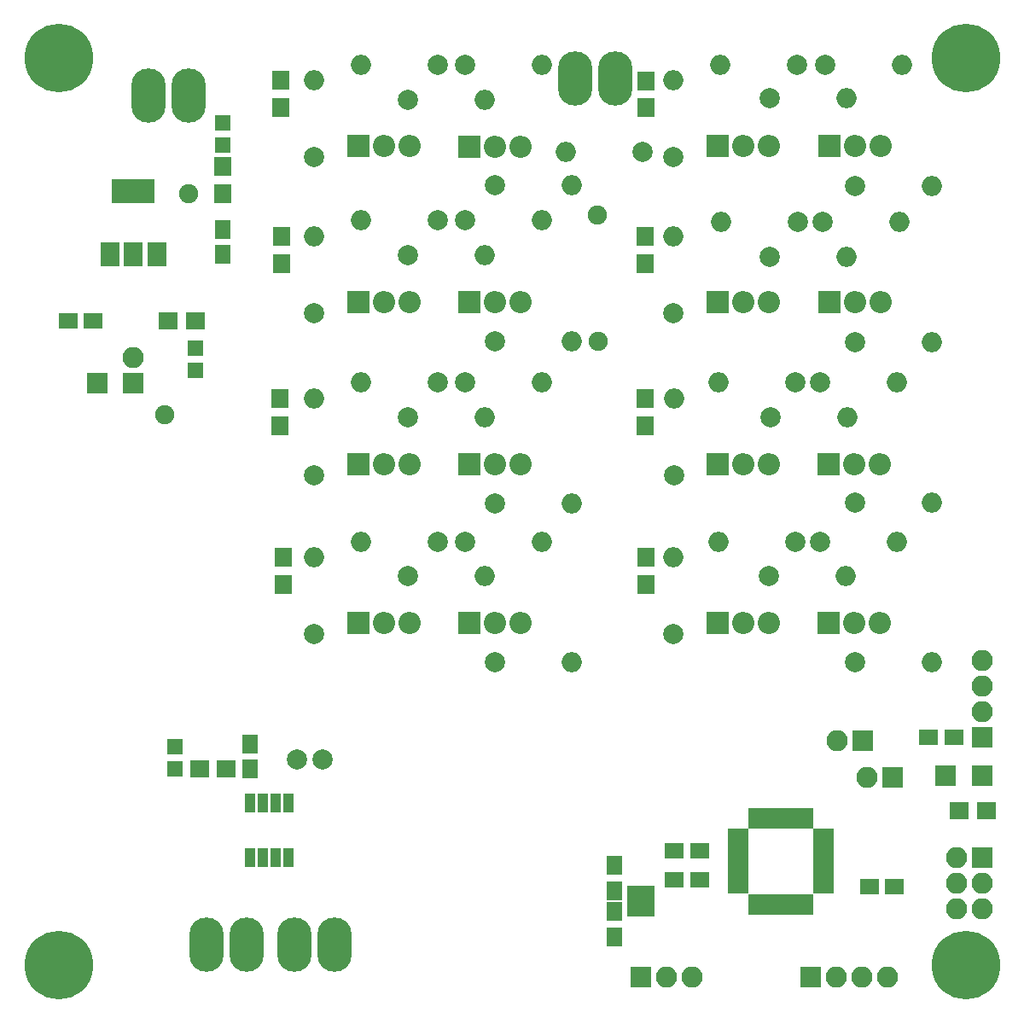
<source format=gbr>
G04 #@! TF.FileFunction,Soldermask,Top*
%FSLAX46Y46*%
G04 Gerber Fmt 4.6, Leading zero omitted, Abs format (unit mm)*
G04 Created by KiCad (PCBNEW 4.0.2-stable) date 05/10/2017 9:24:09*
%MOMM*%
G01*
G04 APERTURE LIST*
%ADD10C,0.100000*%
%ADD11R,1.900000X1.650000*%
%ADD12R,1.650000X1.900000*%
%ADD13R,2.100000X2.100000*%
%ADD14O,2.100000X2.100000*%
%ADD15O,3.399740X5.401260*%
%ADD16R,2.200000X2.200000*%
%ADD17O,2.200000X2.200000*%
%ADD18C,2.000000*%
%ADD19O,2.000000X2.000000*%
%ADD20R,1.900000X1.700000*%
%ADD21R,1.700000X1.900000*%
%ADD22R,1.000000X1.950000*%
%ADD23R,4.200000X2.400000*%
%ADD24R,1.900000X2.400000*%
%ADD25R,1.600000X1.600000*%
%ADD26R,2.700000X1.600000*%
%ADD27R,2.000000X0.950000*%
%ADD28R,0.950000X2.000000*%
%ADD29C,6.800000*%
%ADD30C,1.200000*%
%ADD31C,1.900000*%
G04 APERTURE END LIST*
D10*
D11*
X148575000Y-133675000D03*
X146075000Y-133675000D03*
X146075000Y-136525000D03*
X148575000Y-136525000D03*
X165425000Y-137200000D03*
X167925000Y-137200000D03*
D12*
X103975000Y-123025000D03*
X103975000Y-125525000D03*
X101250000Y-71975000D03*
X101250000Y-74475000D03*
X140125000Y-137575000D03*
X140125000Y-135075000D03*
X140125000Y-139650000D03*
X140125000Y-142150000D03*
D11*
X85950000Y-81075000D03*
X88450000Y-81075000D03*
D13*
X167750000Y-126350000D03*
D14*
X165210000Y-126350000D03*
D13*
X164800000Y-122725000D03*
D14*
X162260000Y-122725000D03*
D15*
X140231200Y-57050000D03*
X136268800Y-57050000D03*
X99668800Y-142925000D03*
X103631200Y-142925000D03*
X108418800Y-142925000D03*
X112381200Y-142925000D03*
X93943800Y-58700000D03*
X97906200Y-58700000D03*
D13*
X159600000Y-146200000D03*
D14*
X162140000Y-146200000D03*
X164680000Y-146200000D03*
X167220000Y-146200000D03*
D13*
X88800000Y-87275000D03*
X172950000Y-126220000D03*
D16*
X150388320Y-63723520D03*
D17*
X152928320Y-63723520D03*
X155468320Y-63723520D03*
D16*
X150373080Y-79181960D03*
D17*
X152913080Y-79181960D03*
X155453080Y-79181960D03*
D16*
X150425000Y-95275000D03*
D17*
X152965000Y-95275000D03*
X155505000Y-95275000D03*
D16*
X150425000Y-111050000D03*
D17*
X152965000Y-111050000D03*
X155505000Y-111050000D03*
D16*
X114700000Y-63725000D03*
D17*
X117240000Y-63725000D03*
X119780000Y-63725000D03*
D16*
X161437320Y-63723520D03*
D17*
X163977320Y-63723520D03*
X166517320Y-63723520D03*
D16*
X161437320Y-79181960D03*
D17*
X163977320Y-79181960D03*
X166517320Y-79181960D03*
D16*
X161425000Y-95275000D03*
D17*
X163965000Y-95275000D03*
X166505000Y-95275000D03*
D16*
X161425000Y-111050000D03*
D17*
X163965000Y-111050000D03*
X166505000Y-111050000D03*
D16*
X125750000Y-63750000D03*
D17*
X128290000Y-63750000D03*
X130830000Y-63750000D03*
D16*
X114700000Y-79181960D03*
D17*
X117240000Y-79181960D03*
X119780000Y-79181960D03*
D16*
X114700000Y-95275000D03*
D17*
X117240000Y-95275000D03*
X119780000Y-95275000D03*
D16*
X114700000Y-111050000D03*
D17*
X117240000Y-111050000D03*
X119780000Y-111050000D03*
D16*
X125750000Y-79181960D03*
D17*
X128290000Y-79181960D03*
X130830000Y-79181960D03*
D16*
X125750000Y-95275000D03*
D17*
X128290000Y-95275000D03*
X130830000Y-95275000D03*
D16*
X125750000Y-111050000D03*
D17*
X128290000Y-111050000D03*
X130830000Y-111050000D03*
D18*
X146011900Y-64838580D03*
D19*
X146011900Y-57218580D03*
D18*
X145991580Y-80291940D03*
D19*
X145991580Y-72671940D03*
D18*
X146050000Y-96375000D03*
D19*
X146050000Y-88755000D03*
D18*
X146000000Y-112150000D03*
D19*
X146000000Y-104530000D03*
D18*
X110325000Y-64825000D03*
D19*
X110325000Y-57205000D03*
D18*
X158231840Y-55676800D03*
D19*
X150611840Y-55676800D03*
D18*
X158325000Y-71250000D03*
D19*
X150705000Y-71250000D03*
D18*
X158125000Y-87175000D03*
D19*
X150505000Y-87175000D03*
D18*
X158075000Y-102950000D03*
D19*
X150455000Y-102950000D03*
D18*
X122650000Y-55675000D03*
D19*
X115030000Y-55675000D03*
D18*
X155549600Y-58988960D03*
D19*
X163169600Y-58988960D03*
D18*
X155549600Y-74700000D03*
D19*
X163169600Y-74700000D03*
D18*
X155599600Y-90650000D03*
D19*
X163219600Y-90650000D03*
D18*
X155500000Y-106400000D03*
D19*
X163120000Y-106400000D03*
D18*
X119625000Y-59125000D03*
D19*
X127245000Y-59125000D03*
D18*
X161036000Y-55676800D03*
D19*
X168656000Y-55676800D03*
D18*
X160825000Y-71250000D03*
D19*
X168445000Y-71250000D03*
D18*
X160575000Y-87175000D03*
D19*
X168195000Y-87175000D03*
D18*
X160575000Y-102950000D03*
D19*
X168195000Y-102950000D03*
D18*
X125350000Y-55675000D03*
D19*
X132970000Y-55675000D03*
D18*
X163975000Y-67700000D03*
D19*
X171595000Y-67700000D03*
D18*
X163975000Y-83150000D03*
D19*
X171595000Y-83150000D03*
D18*
X163975000Y-99075000D03*
D19*
X171595000Y-99075000D03*
D18*
X163975000Y-114925000D03*
D19*
X171595000Y-114925000D03*
D18*
X128300000Y-67600000D03*
D19*
X135920000Y-67600000D03*
D18*
X110325000Y-80300000D03*
D19*
X110325000Y-72680000D03*
D18*
X110300000Y-96375000D03*
D19*
X110300000Y-88755000D03*
D18*
X110325000Y-112150000D03*
D19*
X110325000Y-104530000D03*
D18*
X122650000Y-71075000D03*
D19*
X115030000Y-71075000D03*
D18*
X122650000Y-87175000D03*
D19*
X115030000Y-87175000D03*
D18*
X122650000Y-102950000D03*
D19*
X115030000Y-102950000D03*
D18*
X119625000Y-74525000D03*
D19*
X127245000Y-74525000D03*
D18*
X119625000Y-90650000D03*
D19*
X127245000Y-90650000D03*
D18*
X119625000Y-106400000D03*
D19*
X127245000Y-106400000D03*
D18*
X125350000Y-71075000D03*
D19*
X132970000Y-71075000D03*
D18*
X125350000Y-87175000D03*
D19*
X132970000Y-87175000D03*
D18*
X125350000Y-102950000D03*
D19*
X132970000Y-102950000D03*
D18*
X128300000Y-83075000D03*
D19*
X135920000Y-83075000D03*
D18*
X128300000Y-99175000D03*
D19*
X135920000Y-99175000D03*
D18*
X128300000Y-114925000D03*
D19*
X135920000Y-114925000D03*
D20*
X98950000Y-125525000D03*
X101650000Y-125525000D03*
D21*
X101250000Y-68400000D03*
X101250000Y-65700000D03*
D20*
X95875000Y-81075000D03*
X98575000Y-81075000D03*
X177025000Y-129675000D03*
X174325000Y-129675000D03*
D22*
X103970000Y-134300000D03*
X105240000Y-134300000D03*
X106510000Y-134300000D03*
X107780000Y-134300000D03*
X107780000Y-128900000D03*
X106510000Y-128900000D03*
X105240000Y-128900000D03*
X103970000Y-128900000D03*
D23*
X92425000Y-68175000D03*
D24*
X92425000Y-74475000D03*
X94725000Y-74475000D03*
X90125000Y-74475000D03*
D25*
X96550000Y-125525000D03*
X96550000Y-123325000D03*
X101275000Y-63625000D03*
X101275000Y-61425000D03*
X98575000Y-83800000D03*
X98575000Y-86000000D03*
D13*
X92425000Y-87275000D03*
D14*
X92425000Y-84735000D03*
D18*
X108675000Y-124550000D03*
X111175000Y-124550000D03*
X142900000Y-64300000D03*
D19*
X135280000Y-64300000D03*
D26*
X142775000Y-137825000D03*
X142775000Y-139425000D03*
D27*
X152425000Y-131875000D03*
X152425000Y-132675000D03*
X152425000Y-133475000D03*
X152425000Y-134275000D03*
X152425000Y-135075000D03*
X152425000Y-135875000D03*
X152425000Y-136675000D03*
X152425000Y-137475000D03*
D28*
X153875000Y-138925000D03*
X154675000Y-138925000D03*
X155475000Y-138925000D03*
X156275000Y-138925000D03*
X157075000Y-138925000D03*
X157875000Y-138925000D03*
X158675000Y-138925000D03*
X159475000Y-138925000D03*
D27*
X160925000Y-137475000D03*
X160925000Y-136675000D03*
X160925000Y-135875000D03*
X160925000Y-135075000D03*
X160925000Y-134275000D03*
X160925000Y-133475000D03*
X160925000Y-132675000D03*
X160925000Y-131875000D03*
D28*
X159475000Y-130425000D03*
X158675000Y-130425000D03*
X157875000Y-130425000D03*
X157075000Y-130425000D03*
X156275000Y-130425000D03*
X155475000Y-130425000D03*
X154675000Y-130425000D03*
X153875000Y-130425000D03*
D21*
X143275000Y-57225000D03*
X143275000Y-59925000D03*
X143150000Y-72675000D03*
X143150000Y-75375000D03*
X143200000Y-88750000D03*
X143200000Y-91450000D03*
X143250000Y-104525000D03*
X143250000Y-107225000D03*
X107025000Y-57200000D03*
X107025000Y-59900000D03*
X107125000Y-72700000D03*
X107125000Y-75400000D03*
X106950000Y-88750000D03*
X106950000Y-91450000D03*
X107325000Y-104525000D03*
X107325000Y-107225000D03*
D13*
X142775000Y-146200000D03*
D14*
X145315000Y-146200000D03*
X147855000Y-146200000D03*
D13*
X176600000Y-134350000D03*
D14*
X174060000Y-134350000D03*
X176600000Y-136890000D03*
X174060000Y-136890000D03*
X176600000Y-139430000D03*
X174060000Y-139430000D03*
D29*
X175000000Y-145000000D03*
D30*
X177400000Y-145000000D03*
X176697056Y-146697056D03*
X175000000Y-147400000D03*
X173302944Y-146697056D03*
X172600000Y-145000000D03*
X173302944Y-143302944D03*
X175000000Y-142600000D03*
X176697056Y-143302944D03*
D29*
X175000000Y-55000000D03*
D30*
X177400000Y-55000000D03*
X176697056Y-56697056D03*
X175000000Y-57400000D03*
X173302944Y-56697056D03*
X172600000Y-55000000D03*
X173302944Y-53302944D03*
X175000000Y-52600000D03*
X176697056Y-53302944D03*
D29*
X85000000Y-55000000D03*
D30*
X87400000Y-55000000D03*
X86697056Y-56697056D03*
X85000000Y-57400000D03*
X83302944Y-56697056D03*
X82600000Y-55000000D03*
X83302944Y-53302944D03*
X85000000Y-52600000D03*
X86697056Y-53302944D03*
D29*
X85000000Y-145000000D03*
D30*
X87400000Y-145000000D03*
X86697056Y-146697056D03*
X85000000Y-147400000D03*
X83302944Y-146697056D03*
X82600000Y-145000000D03*
X83302944Y-143302944D03*
X85000000Y-142600000D03*
X86697056Y-143302944D03*
D31*
X97900000Y-68400000D03*
X95500000Y-90360000D03*
X138410000Y-70580000D03*
X138530000Y-83070000D03*
D11*
X173810000Y-122410000D03*
X171310000Y-122410000D03*
D13*
X176600000Y-126220000D03*
X176600000Y-122410000D03*
D14*
X176600000Y-119870000D03*
X176600000Y-117330000D03*
X176600000Y-114790000D03*
M02*

</source>
